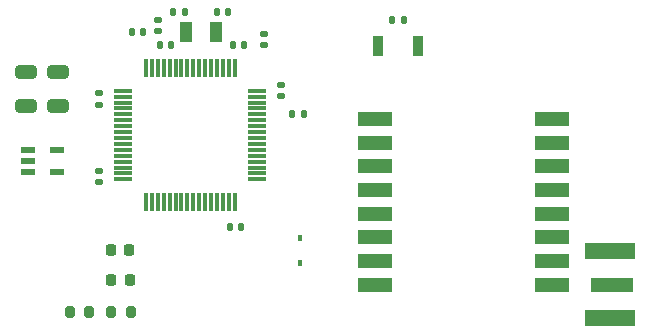
<source format=gbr>
%TF.GenerationSoftware,KiCad,Pcbnew,(6.0.1)*%
%TF.CreationDate,2022-11-30T22:25:02-05:00*%
%TF.ProjectId,PCBFiles_Node,50434246-696c-4657-935f-4e6f64652e6b,rev?*%
%TF.SameCoordinates,Original*%
%TF.FileFunction,Paste,Top*%
%TF.FilePolarity,Positive*%
%FSLAX46Y46*%
G04 Gerber Fmt 4.6, Leading zero omitted, Abs format (unit mm)*
G04 Created by KiCad (PCBNEW (6.0.1)) date 2022-11-30 22:25:02*
%MOMM*%
%LPD*%
G01*
G04 APERTURE LIST*
G04 Aperture macros list*
%AMRoundRect*
0 Rectangle with rounded corners*
0 $1 Rounding radius*
0 $2 $3 $4 $5 $6 $7 $8 $9 X,Y pos of 4 corners*
0 Add a 4 corners polygon primitive as box body*
4,1,4,$2,$3,$4,$5,$6,$7,$8,$9,$2,$3,0*
0 Add four circle primitives for the rounded corners*
1,1,$1+$1,$2,$3*
1,1,$1+$1,$4,$5*
1,1,$1+$1,$6,$7*
1,1,$1+$1,$8,$9*
0 Add four rect primitives between the rounded corners*
20,1,$1+$1,$2,$3,$4,$5,0*
20,1,$1+$1,$4,$5,$6,$7,0*
20,1,$1+$1,$6,$7,$8,$9,0*
20,1,$1+$1,$8,$9,$2,$3,0*%
G04 Aperture macros list end*
%ADD10R,3.000000X1.300000*%
%ADD11RoundRect,0.140000X0.140000X0.170000X-0.140000X0.170000X-0.140000X-0.170000X0.140000X-0.170000X0*%
%ADD12R,0.450000X0.600000*%
%ADD13RoundRect,0.075000X-0.075000X0.700000X-0.075000X-0.700000X0.075000X-0.700000X0.075000X0.700000X0*%
%ADD14RoundRect,0.075000X-0.700000X0.075000X-0.700000X-0.075000X0.700000X-0.075000X0.700000X0.075000X0*%
%ADD15RoundRect,0.140000X0.170000X-0.140000X0.170000X0.140000X-0.170000X0.140000X-0.170000X-0.140000X0*%
%ADD16RoundRect,0.140000X-0.140000X-0.170000X0.140000X-0.170000X0.140000X0.170000X-0.140000X0.170000X0*%
%ADD17RoundRect,0.250000X0.650000X-0.325000X0.650000X0.325000X-0.650000X0.325000X-0.650000X-0.325000X0*%
%ADD18RoundRect,0.140000X-0.170000X0.140000X-0.170000X-0.140000X0.170000X-0.140000X0.170000X0.140000X0*%
%ADD19RoundRect,0.147500X-0.147500X-0.172500X0.147500X-0.172500X0.147500X0.172500X-0.147500X0.172500X0*%
%ADD20R,0.900000X1.700000*%
%ADD21RoundRect,0.135000X-0.135000X-0.185000X0.135000X-0.185000X0.135000X0.185000X-0.135000X0.185000X0*%
%ADD22RoundRect,0.200000X-0.200000X-0.275000X0.200000X-0.275000X0.200000X0.275000X-0.200000X0.275000X0*%
%ADD23R,1.000000X1.800000*%
%ADD24RoundRect,0.200000X0.200000X0.275000X-0.200000X0.275000X-0.200000X-0.275000X0.200000X-0.275000X0*%
%ADD25R,1.150000X0.600000*%
%ADD26RoundRect,0.218750X-0.218750X-0.256250X0.218750X-0.256250X0.218750X0.256250X-0.218750X0.256250X0*%
%ADD27RoundRect,0.218750X0.218750X0.256250X-0.218750X0.256250X-0.218750X-0.256250X0.218750X-0.256250X0*%
%ADD28R,3.600000X1.270000*%
%ADD29R,4.200000X1.350000*%
G04 APERTURE END LIST*
D10*
%TO.C,U2*%
X84850000Y-94960000D03*
X84850000Y-96960000D03*
X84850000Y-98960000D03*
X84850000Y-100960000D03*
X84850000Y-102960000D03*
X84850000Y-104960000D03*
X84850000Y-106960000D03*
X84850000Y-108960000D03*
X99850000Y-94960000D03*
X99850000Y-96960000D03*
X99850000Y-98960000D03*
X99850000Y-100960000D03*
X99850000Y-102960000D03*
X99850000Y-104960000D03*
X99850000Y-106960000D03*
X99850000Y-108960000D03*
%TD*%
D11*
%TO.C,C13*%
X68730000Y-85855000D03*
X67770000Y-85855000D03*
%TD*%
D12*
%TO.C,D1*%
X78500000Y-105000000D03*
X78500000Y-107100000D03*
%TD*%
D13*
%TO.C,U1*%
X72950000Y-90625000D03*
X72450000Y-90625000D03*
X71950000Y-90625000D03*
X71450000Y-90625000D03*
X70950000Y-90625000D03*
X70450000Y-90625000D03*
X69950000Y-90625000D03*
X69450000Y-90625000D03*
X68950000Y-90625000D03*
X68450000Y-90625000D03*
X67950000Y-90625000D03*
X67450000Y-90625000D03*
X66950000Y-90625000D03*
X66450000Y-90625000D03*
X65950000Y-90625000D03*
X65450000Y-90625000D03*
D14*
X63525000Y-92550000D03*
X63525000Y-93050000D03*
X63525000Y-93550000D03*
X63525000Y-94050000D03*
X63525000Y-94550000D03*
X63525000Y-95050000D03*
X63525000Y-95550000D03*
X63525000Y-96050000D03*
X63525000Y-96550000D03*
X63525000Y-97050000D03*
X63525000Y-97550000D03*
X63525000Y-98050000D03*
X63525000Y-98550000D03*
X63525000Y-99050000D03*
X63525000Y-99550000D03*
X63525000Y-100050000D03*
D13*
X65450000Y-101975000D03*
X65950000Y-101975000D03*
X66450000Y-101975000D03*
X66950000Y-101975000D03*
X67450000Y-101975000D03*
X67950000Y-101975000D03*
X68450000Y-101975000D03*
X68950000Y-101975000D03*
X69450000Y-101975000D03*
X69950000Y-101975000D03*
X70450000Y-101975000D03*
X70950000Y-101975000D03*
X71450000Y-101975000D03*
X71950000Y-101975000D03*
X72450000Y-101975000D03*
X72950000Y-101975000D03*
D14*
X74875000Y-100050000D03*
X74875000Y-99550000D03*
X74875000Y-99050000D03*
X74875000Y-98550000D03*
X74875000Y-98050000D03*
X74875000Y-97550000D03*
X74875000Y-97050000D03*
X74875000Y-96550000D03*
X74875000Y-96050000D03*
X74875000Y-95550000D03*
X74875000Y-95050000D03*
X74875000Y-94550000D03*
X74875000Y-94050000D03*
X74875000Y-93550000D03*
X74875000Y-93050000D03*
X74875000Y-92550000D03*
%TD*%
D15*
%TO.C,C10*%
X66500000Y-87480000D03*
X66500000Y-86520000D03*
%TD*%
D16*
%TO.C,C11*%
X66620000Y-88650000D03*
X67580000Y-88650000D03*
%TD*%
D17*
%TO.C,C1*%
X55300000Y-93875000D03*
X55300000Y-90925000D03*
%TD*%
D18*
%TO.C,C8*%
X76900000Y-92070000D03*
X76900000Y-93030000D03*
%TD*%
D15*
%TO.C,C3*%
X75400000Y-88680000D03*
X75400000Y-87720000D03*
%TD*%
%TO.C,C6*%
X61500000Y-100280000D03*
X61500000Y-99320000D03*
%TD*%
D19*
%TO.C,L1*%
X64265000Y-87550000D03*
X65235000Y-87550000D03*
%TD*%
D17*
%TO.C,C2*%
X58000000Y-93875000D03*
X58000000Y-90925000D03*
%TD*%
D20*
%TO.C,SW1*%
X85100000Y-88800000D03*
X88500000Y-88800000D03*
%TD*%
D21*
%TO.C,R1*%
X77790000Y-94550000D03*
X78810000Y-94550000D03*
%TD*%
D22*
%TO.C,R2*%
X62525000Y-111250000D03*
X64175000Y-111250000D03*
%TD*%
D23*
%TO.C,Y1*%
X68850000Y-87600000D03*
X71350000Y-87600000D03*
%TD*%
D24*
%TO.C,R3*%
X60625000Y-111250000D03*
X58975000Y-111250000D03*
%TD*%
D11*
%TO.C,C4*%
X73780000Y-88700000D03*
X72820000Y-88700000D03*
%TD*%
D25*
%TO.C,U3*%
X55450000Y-97550000D03*
X55450000Y-98500000D03*
X55450000Y-99450000D03*
X57950000Y-99450000D03*
X57950000Y-97550000D03*
%TD*%
D16*
%TO.C,C9*%
X86320000Y-86550000D03*
X87280000Y-86550000D03*
%TD*%
%TO.C,C12*%
X71470000Y-85855000D03*
X72430000Y-85855000D03*
%TD*%
D11*
%TO.C,C7*%
X73530000Y-104100000D03*
X72570000Y-104100000D03*
%TD*%
D15*
%TO.C,C5*%
X61500000Y-93730000D03*
X61500000Y-92770000D03*
%TD*%
D26*
%TO.C,D2*%
X62512500Y-108600000D03*
X64087500Y-108600000D03*
%TD*%
D27*
%TO.C,D3*%
X64037500Y-106050000D03*
X62462500Y-106050000D03*
%TD*%
D28*
%TO.C,J7*%
X104900000Y-108970000D03*
D29*
X104700000Y-111795000D03*
X104700000Y-106145000D03*
%TD*%
M02*

</source>
